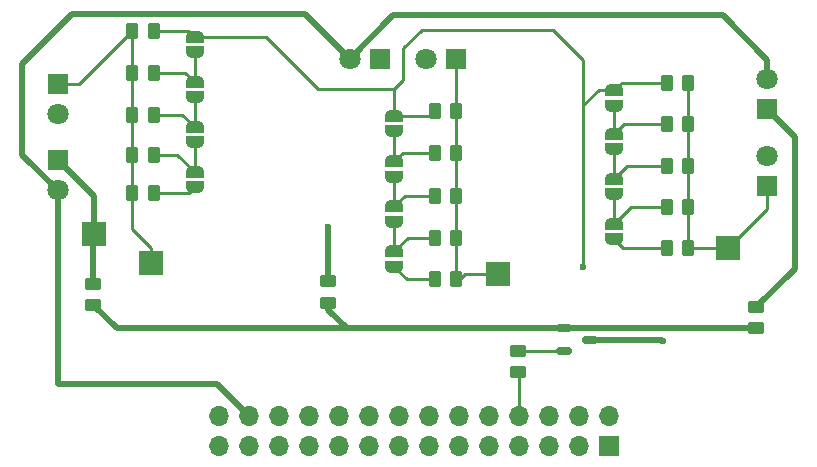
<source format=gbr>
%TF.GenerationSoftware,KiCad,Pcbnew,8.0.0*%
%TF.CreationDate,2024-03-22T14:44:15+02:00*%
%TF.ProjectId,Sensing systemv2,53656e73-696e-4672-9073-797374656d76,rev?*%
%TF.SameCoordinates,Original*%
%TF.FileFunction,Copper,L1,Top*%
%TF.FilePolarity,Positive*%
%FSLAX46Y46*%
G04 Gerber Fmt 4.6, Leading zero omitted, Abs format (unit mm)*
G04 Created by KiCad (PCBNEW 8.0.0) date 2024-03-22 14:44:15*
%MOMM*%
%LPD*%
G01*
G04 APERTURE LIST*
G04 Aperture macros list*
%AMRoundRect*
0 Rectangle with rounded corners*
0 $1 Rounding radius*
0 $2 $3 $4 $5 $6 $7 $8 $9 X,Y pos of 4 corners*
0 Add a 4 corners polygon primitive as box body*
4,1,4,$2,$3,$4,$5,$6,$7,$8,$9,$2,$3,0*
0 Add four circle primitives for the rounded corners*
1,1,$1+$1,$2,$3*
1,1,$1+$1,$4,$5*
1,1,$1+$1,$6,$7*
1,1,$1+$1,$8,$9*
0 Add four rect primitives between the rounded corners*
20,1,$1+$1,$2,$3,$4,$5,0*
20,1,$1+$1,$4,$5,$6,$7,0*
20,1,$1+$1,$6,$7,$8,$9,0*
20,1,$1+$1,$8,$9,$2,$3,0*%
%AMFreePoly0*
4,1,19,0.500000,-0.750000,0.000000,-0.750000,0.000000,-0.744911,-0.071157,-0.744911,-0.207708,-0.704816,-0.327430,-0.627875,-0.420627,-0.520320,-0.479746,-0.390866,-0.500000,-0.250000,-0.500000,0.250000,-0.479746,0.390866,-0.420627,0.520320,-0.327430,0.627875,-0.207708,0.704816,-0.071157,0.744911,0.000000,0.744911,0.000000,0.750000,0.500000,0.750000,0.500000,-0.750000,0.500000,-0.750000,
$1*%
%AMFreePoly1*
4,1,19,0.000000,0.744911,0.071157,0.744911,0.207708,0.704816,0.327430,0.627875,0.420627,0.520320,0.479746,0.390866,0.500000,0.250000,0.500000,-0.250000,0.479746,-0.390866,0.420627,-0.520320,0.327430,-0.627875,0.207708,-0.704816,0.071157,-0.744911,0.000000,-0.744911,0.000000,-0.750000,-0.500000,-0.750000,-0.500000,0.750000,0.000000,0.750000,0.000000,0.744911,0.000000,0.744911,
$1*%
G04 Aperture macros list end*
%TA.AperFunction,SMDPad,CuDef*%
%ADD10RoundRect,0.250000X0.262500X0.450000X-0.262500X0.450000X-0.262500X-0.450000X0.262500X-0.450000X0*%
%TD*%
%TA.AperFunction,SMDPad,CuDef*%
%ADD11R,2.000000X2.000000*%
%TD*%
%TA.AperFunction,SMDPad,CuDef*%
%ADD12RoundRect,0.250000X-0.450000X0.262500X-0.450000X-0.262500X0.450000X-0.262500X0.450000X0.262500X0*%
%TD*%
%TA.AperFunction,SMDPad,CuDef*%
%ADD13FreePoly0,270.000000*%
%TD*%
%TA.AperFunction,SMDPad,CuDef*%
%ADD14FreePoly1,270.000000*%
%TD*%
%TA.AperFunction,SMDPad,CuDef*%
%ADD15RoundRect,0.250000X-0.262500X-0.450000X0.262500X-0.450000X0.262500X0.450000X-0.262500X0.450000X0*%
%TD*%
%TA.AperFunction,ComponentPad*%
%ADD16R,1.800000X1.800000*%
%TD*%
%TA.AperFunction,ComponentPad*%
%ADD17C,1.800000*%
%TD*%
%TA.AperFunction,SMDPad,CuDef*%
%ADD18RoundRect,0.150000X-0.512500X-0.150000X0.512500X-0.150000X0.512500X0.150000X-0.512500X0.150000X0*%
%TD*%
%TA.AperFunction,SMDPad,CuDef*%
%ADD19RoundRect,0.250000X0.450000X-0.262500X0.450000X0.262500X-0.450000X0.262500X-0.450000X-0.262500X0*%
%TD*%
%TA.AperFunction,ComponentPad*%
%ADD20R,1.700000X1.700000*%
%TD*%
%TA.AperFunction,ComponentPad*%
%ADD21O,1.700000X1.700000*%
%TD*%
%TA.AperFunction,ViaPad*%
%ADD22C,0.600000*%
%TD*%
%TA.AperFunction,Conductor*%
%ADD23C,0.250000*%
%TD*%
%TA.AperFunction,Conductor*%
%ADD24C,0.500000*%
%TD*%
G04 APERTURE END LIST*
D10*
%TO.P,R8,2*%
%TO.N,/PA5*%
X59996000Y-79480000D03*
%TO.P,R8,1*%
%TO.N,Net-(JP3-B)*%
X61821000Y-79480000D03*
%TD*%
D11*
%TO.P,TP4,1,1*%
%TO.N,/PA3*%
X110475000Y-87375000D03*
%TD*%
D12*
%TO.P,R2,1*%
%TO.N,Net-(D2-K)*%
X76600000Y-90200000D03*
%TO.P,R2,2*%
%TO.N,Net-(Q1-C)*%
X76600000Y-92025000D03*
%TD*%
D13*
%TO.P,JP4,1,A*%
%TO.N,Net-(JP3-B)*%
X65278000Y-80950000D03*
D14*
%TO.P,JP4,2,B*%
%TO.N,Net-(JP4-B)*%
X65278000Y-82250000D03*
%TD*%
D13*
%TO.P,JP1,1,A*%
%TO.N,3V3*%
X65278000Y-69520000D03*
D14*
%TO.P,JP1,2,B*%
%TO.N,Net-(JP1-B)*%
X65278000Y-70820000D03*
%TD*%
D15*
%TO.P,R16,1*%
%TO.N,Net-(JP10-A)*%
X105236000Y-76864000D03*
%TO.P,R16,2*%
%TO.N,/PA3*%
X107061000Y-76864000D03*
%TD*%
%TO.P,R14,1*%
%TO.N,Net-(JP8-B)*%
X85600000Y-90050000D03*
%TO.P,R14,2*%
%TO.N,/PA4*%
X87425000Y-90050000D03*
%TD*%
D13*
%TO.P,JP12,1,A*%
%TO.N,Net-(JP11-B)*%
X100814500Y-85344000D03*
D14*
%TO.P,JP12,2,B*%
%TO.N,Net-(JP12-B)*%
X100814500Y-86644000D03*
%TD*%
D12*
%TO.P,R3,1*%
%TO.N,Net-(D3-K)*%
X112850000Y-92375000D03*
%TO.P,R3,2*%
%TO.N,Net-(Q1-C)*%
X112850000Y-94200000D03*
%TD*%
D13*
%TO.P,JP2,1,A*%
%TO.N,Net-(JP1-B)*%
X65278000Y-73330000D03*
D14*
%TO.P,JP2,2,B*%
%TO.N,Net-(JP2-B)*%
X65278000Y-74630000D03*
%TD*%
D11*
%TO.P,TP1,1,1*%
%TO.N,Net-(D1-K)*%
X56760000Y-86190000D03*
%TD*%
%TO.P,TP3,1,1*%
%TO.N,/PA4*%
X91000000Y-89600000D03*
%TD*%
D12*
%TO.P,R1,1*%
%TO.N,Net-(D1-K)*%
X56718200Y-90398600D03*
%TO.P,R1,2*%
%TO.N,Net-(Q1-C)*%
X56718200Y-92223600D03*
%TD*%
D16*
%TO.P,D2,1,K*%
%TO.N,Net-(D2-K)*%
X80935000Y-71374000D03*
D17*
%TO.P,D2,2,A*%
%TO.N,BATT*%
X78395000Y-71374000D03*
%TD*%
D13*
%TO.P,JP3,1,A*%
%TO.N,Net-(JP2-B)*%
X65278000Y-77140000D03*
D14*
%TO.P,JP3,2,B*%
%TO.N,Net-(JP3-B)*%
X65278000Y-78440000D03*
%TD*%
D13*
%TO.P,JP10,1,A*%
%TO.N,Net-(JP10-A)*%
X100814500Y-77724000D03*
D14*
%TO.P,JP10,2,B*%
%TO.N,Net-(JP10-B)*%
X100814500Y-79024000D03*
%TD*%
D16*
%TO.P,D5,1,K*%
%TO.N,/PA4*%
X87440000Y-71378600D03*
D17*
%TO.P,D5,2,A*%
%TO.N,GND*%
X84900000Y-71378600D03*
%TD*%
D16*
%TO.P,D6,1,K*%
%TO.N,/PA3*%
X113732000Y-82153600D03*
D17*
%TO.P,D6,2,A*%
%TO.N,GND*%
X113732000Y-79613600D03*
%TD*%
D15*
%TO.P,R13,1*%
%TO.N,Net-(JP7-B)*%
X85600000Y-86556000D03*
%TO.P,R13,2*%
%TO.N,/PA4*%
X87425000Y-86556000D03*
%TD*%
%TO.P,R17,1*%
%TO.N,Net-(JP10-B)*%
X105236000Y-80460000D03*
%TO.P,R17,2*%
%TO.N,/PA3*%
X107061000Y-80460000D03*
%TD*%
D13*
%TO.P,JP8,1,A*%
%TO.N,Net-(JP7-B)*%
X82192600Y-87671000D03*
D14*
%TO.P,JP8,2,B*%
%TO.N,Net-(JP8-B)*%
X82192600Y-88971000D03*
%TD*%
D15*
%TO.P,R10,1*%
%TO.N,3V3*%
X85600000Y-75825000D03*
%TO.P,R10,2*%
%TO.N,/PA4*%
X87425000Y-75825000D03*
%TD*%
D13*
%TO.P,JP6,1,A*%
%TO.N,Net-(JP5-B)*%
X82192600Y-80051000D03*
D14*
%TO.P,JP6,2,B*%
%TO.N,Net-(JP6-B)*%
X82192600Y-81351000D03*
%TD*%
D15*
%TO.P,R15,1*%
%TO.N,3V3*%
X105236000Y-73406000D03*
%TO.P,R15,2*%
%TO.N,/PA3*%
X107061000Y-73406000D03*
%TD*%
D13*
%TO.P,JP5,1,A*%
%TO.N,3V3*%
X82192600Y-76211000D03*
D14*
%TO.P,JP5,2,B*%
%TO.N,Net-(JP5-B)*%
X82192600Y-77511000D03*
%TD*%
D10*
%TO.P,R9,2*%
%TO.N,/PA5*%
X59991000Y-82750000D03*
%TO.P,R9,1*%
%TO.N,Net-(JP4-B)*%
X61816000Y-82750000D03*
%TD*%
%TO.P,R6,1*%
%TO.N,Net-(JP1-B)*%
X61825000Y-72556000D03*
%TO.P,R6,2*%
%TO.N,/PA5*%
X60000000Y-72556000D03*
%TD*%
D18*
%TO.P,Q1,1,C*%
%TO.N,Net-(Q1-C)*%
X96520000Y-94200000D03*
%TO.P,Q1,2,B*%
%TO.N,Net-(Q1-B)*%
X96520000Y-96100000D03*
%TO.P,Q1,3,E*%
%TO.N,GND*%
X98795000Y-95150000D03*
%TD*%
D16*
%TO.P,D4,1,K*%
%TO.N,/PA5*%
X53695600Y-73507600D03*
D17*
%TO.P,D4,2,A*%
%TO.N,GND*%
X53695600Y-76047600D03*
%TD*%
D13*
%TO.P,JP9,1,A*%
%TO.N,3V3*%
X100814500Y-74026000D03*
D14*
%TO.P,JP9,2,B*%
%TO.N,Net-(JP10-A)*%
X100814500Y-75326000D03*
%TD*%
D15*
%TO.P,R18,1*%
%TO.N,Net-(JP11-B)*%
X105236000Y-83918000D03*
%TO.P,R18,2*%
%TO.N,/PA3*%
X107061000Y-83918000D03*
%TD*%
D13*
%TO.P,JP11,1,A*%
%TO.N,Net-(JP10-B)*%
X100814500Y-81534000D03*
D14*
%TO.P,JP11,2,B*%
%TO.N,Net-(JP11-B)*%
X100814500Y-82834000D03*
%TD*%
D15*
%TO.P,R11,1*%
%TO.N,Net-(JP5-B)*%
X85600000Y-79350000D03*
%TO.P,R11,2*%
%TO.N,/PA4*%
X87425000Y-79350000D03*
%TD*%
%TO.P,R12,1*%
%TO.N,Net-(JP6-B)*%
X85600000Y-83000000D03*
%TO.P,R12,2*%
%TO.N,/PA4*%
X87425000Y-83000000D03*
%TD*%
D13*
%TO.P,JP7,1,A*%
%TO.N,Net-(JP6-B)*%
X82192600Y-83861000D03*
D14*
%TO.P,JP7,2,B*%
%TO.N,Net-(JP7-B)*%
X82192600Y-85161000D03*
%TD*%
D19*
%TO.P,R4,1*%
%TO.N,/PE15*%
X92700000Y-97925000D03*
%TO.P,R4,2*%
%TO.N,Net-(Q1-B)*%
X92700000Y-96100000D03*
%TD*%
D15*
%TO.P,R19,1*%
%TO.N,Net-(JP12-B)*%
X105236000Y-87376000D03*
%TO.P,R19,2*%
%TO.N,/PA3*%
X107061000Y-87376000D03*
%TD*%
D10*
%TO.P,R7,1*%
%TO.N,Net-(JP2-B)*%
X61821000Y-76112000D03*
%TO.P,R7,2*%
%TO.N,/PA5*%
X59996000Y-76112000D03*
%TD*%
D11*
%TO.P,TP2,1,1*%
%TO.N,/PA5*%
X61620400Y-88646000D03*
%TD*%
D10*
%TO.P,R5,1*%
%TO.N,3V3*%
X61825000Y-69000000D03*
%TO.P,R5,2*%
%TO.N,/PA5*%
X60000000Y-69000000D03*
%TD*%
D16*
%TO.P,D1,1,K*%
%TO.N,Net-(D1-K)*%
X53722000Y-79972000D03*
D17*
%TO.P,D1,2,A*%
%TO.N,BATT*%
X53722000Y-82512000D03*
%TD*%
D16*
%TO.P,D3,1,K*%
%TO.N,Net-(D3-K)*%
X113740000Y-75655000D03*
D17*
%TO.P,D3,2,A*%
%TO.N,BATT*%
X113740000Y-73115000D03*
%TD*%
D20*
%TO.P,J1,1,Pin_1*%
%TO.N,/RESV3*%
X100330000Y-104140000D03*
D21*
%TO.P,J1,2,Pin_2*%
%TO.N,3V3*%
X100330000Y-101600000D03*
%TO.P,J1,3,Pin_3*%
%TO.N,GND*%
X97790000Y-104140000D03*
%TO.P,J1,4,Pin_4*%
%TO.N,BATT*%
X97790000Y-101600000D03*
%TO.P,J1,5,Pin_5*%
%TO.N,/PA3*%
X95250000Y-104140000D03*
%TO.P,J1,6,Pin_6*%
%TO.N,/RESV2*%
X95250000Y-101600000D03*
%TO.P,J1,7,Pin_7*%
%TO.N,/PA4*%
X92710000Y-104140000D03*
%TO.P,J1,8,Pin_8*%
%TO.N,/PE15*%
X92710000Y-101600000D03*
%TO.P,J1,9,Pin_9*%
%TO.N,GND*%
X90170000Y-104140000D03*
%TO.P,J1,10,Pin_10*%
%TO.N,/PE14*%
X90170000Y-101600000D03*
%TO.P,J1,11,Pin_11*%
%TO.N,/PA5*%
X87630000Y-104140000D03*
%TO.P,J1,12,Pin_12*%
%TO.N,/PE13*%
X87630000Y-101600000D03*
%TO.P,J1,13,Pin_13*%
%TO.N,/PA6*%
X85090000Y-104140000D03*
%TO.P,J1,14,Pin_14*%
%TO.N,/PE12*%
X85090000Y-101600000D03*
%TO.P,J1,15,Pin_15*%
%TO.N,GND*%
X82550000Y-104140000D03*
%TO.P,J1,16,Pin_16*%
%TO.N,/PE11*%
X82550000Y-101600000D03*
%TO.P,J1,17,Pin_17*%
%TO.N,/PA7*%
X80010000Y-104140000D03*
%TO.P,J1,18,Pin_18*%
%TO.N,/PE10*%
X80010000Y-101600000D03*
%TO.P,J1,19,Pin_19*%
%TO.N,/PC4*%
X77470000Y-104140000D03*
%TO.P,J1,20,Pin_20*%
%TO.N,/PE9*%
X77470000Y-101600000D03*
%TO.P,J1,21,Pin_21*%
%TO.N,GND*%
X74930000Y-104140000D03*
%TO.P,J1,22,Pin_22*%
%TO.N,/PE8*%
X74930000Y-101600000D03*
%TO.P,J1,23,Pin_23*%
%TO.N,/PC5*%
X72390000Y-104140000D03*
%TO.P,J1,24,Pin_24*%
%TO.N,/RESV1*%
X72390000Y-101600000D03*
%TO.P,J1,25,Pin_25*%
%TO.N,/AB0*%
X69850000Y-104140000D03*
%TO.P,J1,26,Pin_26*%
%TO.N,BATT*%
X69850000Y-101600000D03*
%TO.P,J1,27,Pin_27*%
%TO.N,GND*%
X67310000Y-104140000D03*
%TO.P,J1,28,Pin_28*%
%TO.N,3V3*%
X67310000Y-101600000D03*
%TD*%
D22*
%TO.N,Net-(D2-K)*%
X76600000Y-85594000D03*
%TO.N,3V3*%
X98171000Y-89027000D03*
%TO.N,GND*%
X104902000Y-95250000D03*
%TD*%
D23*
%TO.N,/PA4*%
X88200000Y-89600000D02*
X91000000Y-89600000D01*
X87750000Y-90050000D02*
X88200000Y-89600000D01*
X87425000Y-90050000D02*
X87750000Y-90050000D01*
D24*
%TO.N,Net-(Q1-C)*%
X58694600Y-94200000D02*
X78600000Y-94200000D01*
X78600000Y-94200000D02*
X78200000Y-94200000D01*
X96520000Y-94200000D02*
X78600000Y-94200000D01*
X76600000Y-92025000D02*
X76600000Y-92600000D01*
X76600000Y-92600000D02*
X78200000Y-94200000D01*
%TO.N,Net-(D2-K)*%
X76600000Y-85594000D02*
X76600000Y-90250000D01*
%TO.N,Net-(Q1-C)*%
X112850000Y-94200000D02*
X96520000Y-94200000D01*
%TO.N,Net-(D3-K)*%
X116078000Y-77993000D02*
X116078000Y-89147000D01*
X116078000Y-89147000D02*
X112850000Y-92375000D01*
X113740000Y-75655000D02*
X116078000Y-77993000D01*
D23*
%TO.N,3V3*%
X82950000Y-73133000D02*
X82169000Y-73914000D01*
X84491000Y-68925000D02*
X82950000Y-70466000D01*
X95631000Y-68925000D02*
X84491000Y-68925000D01*
X82950000Y-70466000D02*
X82950000Y-73133000D01*
X71298000Y-69520000D02*
X65278000Y-69520000D01*
X82169000Y-73914000D02*
X75692000Y-73914000D01*
X75692000Y-73914000D02*
X71298000Y-69520000D01*
X82192600Y-73937600D02*
X82192600Y-76211000D01*
X82169000Y-73914000D02*
X82192600Y-73937600D01*
X99485000Y-74026000D02*
X98200000Y-75311000D01*
X100814500Y-74026000D02*
X99485000Y-74026000D01*
X98200000Y-75311000D02*
X98200000Y-71494000D01*
X98200000Y-88490000D02*
X98200000Y-75311000D01*
X98171000Y-89027000D02*
X98171000Y-88519000D01*
X98200000Y-71494000D02*
X95631000Y-68925000D01*
X95713500Y-68925000D02*
X95631000Y-68925000D01*
X98171000Y-88519000D02*
X98200000Y-88490000D01*
D24*
%TO.N,GND*%
X104802000Y-95150000D02*
X98837500Y-95150000D01*
X104902000Y-95250000D02*
X104802000Y-95150000D01*
D23*
%TO.N,Net-(JP8-B)*%
X85600000Y-90050000D02*
X83271600Y-90050000D01*
X83271600Y-90050000D02*
X82192600Y-88971000D01*
%TO.N,Net-(JP7-B)*%
X83307600Y-86556000D02*
X82192600Y-87671000D01*
X85600000Y-86556000D02*
X83307600Y-86556000D01*
%TO.N,Net-(JP6-B)*%
X83053600Y-83000000D02*
X82192600Y-83861000D01*
X85600000Y-83000000D02*
X83053600Y-83000000D01*
%TO.N,Net-(JP5-B)*%
X82893600Y-79350000D02*
X82192600Y-80051000D01*
X85600000Y-79350000D02*
X82893600Y-79350000D01*
%TO.N,Net-(JP7-B)*%
X82192600Y-85161000D02*
X82192600Y-87671000D01*
%TO.N,Net-(JP6-B)*%
X82192600Y-81351000D02*
X82192600Y-83861000D01*
%TO.N,Net-(JP5-B)*%
X82192600Y-77511000D02*
X82192600Y-80051000D01*
%TO.N,3V3*%
X82192600Y-76211000D02*
X85214000Y-76211000D01*
X85214000Y-76211000D02*
X85600000Y-75825000D01*
%TO.N,/PA4*%
X87425000Y-90050000D02*
X87425000Y-86556000D01*
X87425000Y-83000000D02*
X87425000Y-86556000D01*
X87425000Y-79350000D02*
X87425000Y-83000000D01*
X87425000Y-75825000D02*
X87425000Y-79350000D01*
X87440000Y-75810000D02*
X87425000Y-75825000D01*
X87440000Y-71378600D02*
X87440000Y-75810000D01*
%TO.N,Net-(JP12-B)*%
X105236000Y-87376000D02*
X101546500Y-87376000D01*
X101546500Y-87376000D02*
X100814500Y-86644000D01*
%TO.N,Net-(JP11-B)*%
X102240500Y-83918000D02*
X100814500Y-85344000D01*
X105236000Y-83918000D02*
X102240500Y-83918000D01*
%TO.N,Net-(JP10-B)*%
X101888500Y-80460000D02*
X100814500Y-81534000D01*
X105236000Y-80460000D02*
X101888500Y-80460000D01*
%TO.N,Net-(JP10-A)*%
X101674500Y-76864000D02*
X100814500Y-77724000D01*
X105236000Y-76864000D02*
X101674500Y-76864000D01*
%TO.N,Net-(JP11-B)*%
X100814500Y-82834000D02*
X100814500Y-85344000D01*
%TO.N,Net-(JP10-B)*%
X100814500Y-79024000D02*
X100814500Y-81534000D01*
%TO.N,Net-(JP10-A)*%
X100814500Y-75326000D02*
X100814500Y-77724000D01*
%TO.N,3V3*%
X105236000Y-73406000D02*
X101434500Y-73406000D01*
X101434500Y-73406000D02*
X100814500Y-74026000D01*
%TO.N,/PA3*%
X107061000Y-76864000D02*
X107061000Y-73406000D01*
X107061000Y-80460000D02*
X107061000Y-76864000D01*
X107061000Y-83918000D02*
X107061000Y-80460000D01*
X107061000Y-87376000D02*
X107061000Y-83918000D01*
X107061000Y-87376000D02*
X110474000Y-87376000D01*
X110474000Y-87376000D02*
X110475000Y-87375000D01*
X113732000Y-84118000D02*
X110475000Y-87375000D01*
X113732000Y-82153600D02*
X113732000Y-84118000D01*
%TO.N,/PA5*%
X59991000Y-85741000D02*
X59991000Y-82750000D01*
X61620400Y-87370400D02*
X59991000Y-85741000D01*
X61620400Y-88646000D02*
X61620400Y-87370400D01*
%TO.N,Net-(JP4-B)*%
X64778000Y-82750000D02*
X61816000Y-82750000D01*
X65278000Y-82250000D02*
X64778000Y-82750000D01*
%TO.N,Net-(JP3-B)*%
X63808000Y-79480000D02*
X65278000Y-80950000D01*
X61821000Y-79480000D02*
X63808000Y-79480000D01*
%TO.N,Net-(JP2-B)*%
X64250000Y-76112000D02*
X65278000Y-77140000D01*
X61821000Y-76112000D02*
X64250000Y-76112000D01*
%TO.N,Net-(JP1-B)*%
X64504000Y-72556000D02*
X65278000Y-73330000D01*
X61825000Y-72556000D02*
X64504000Y-72556000D01*
%TO.N,Net-(JP3-B)*%
X65278000Y-78440000D02*
X65278000Y-80950000D01*
%TO.N,Net-(JP2-B)*%
X65278000Y-74630000D02*
X65278000Y-77140000D01*
%TO.N,Net-(JP1-B)*%
X65278000Y-70820000D02*
X65278000Y-73330000D01*
%TO.N,3V3*%
X64758000Y-69000000D02*
X65278000Y-69520000D01*
X61825000Y-69000000D02*
X64758000Y-69000000D01*
%TO.N,/PA5*%
X59991000Y-79485000D02*
X59996000Y-79480000D01*
X59991000Y-82750000D02*
X59991000Y-79485000D01*
X59996000Y-79480000D02*
X59996000Y-76112000D01*
X60000000Y-73000000D02*
X59996000Y-73004000D01*
X60000000Y-72556000D02*
X60000000Y-73000000D01*
X59996000Y-73004000D02*
X59996000Y-76112000D01*
X60000000Y-69000000D02*
X60000000Y-72556000D01*
X55492400Y-73507600D02*
X60000000Y-69000000D01*
X53695600Y-73507600D02*
X55492400Y-73507600D01*
D24*
%TO.N,Net-(D1-K)*%
X56760000Y-86190000D02*
X56760000Y-86605000D01*
X56718200Y-86231800D02*
X56760000Y-86190000D01*
X56760000Y-83010000D02*
X56760000Y-86190000D01*
X56760000Y-86605000D02*
X56722000Y-86643000D01*
X53722000Y-79972000D02*
X56760000Y-83010000D01*
X56718200Y-90398600D02*
X56718200Y-86231800D01*
%TO.N,BATT*%
X53722000Y-82512000D02*
X50700000Y-79490000D01*
X74621000Y-67600000D02*
X78395000Y-71374000D01*
X50700000Y-71800000D02*
X54900000Y-67600000D01*
X53721000Y-98933000D02*
X53721000Y-82513000D01*
X113740000Y-73115000D02*
X113740000Y-71440000D01*
X67183000Y-98933000D02*
X53721000Y-98933000D01*
X69850000Y-101600000D02*
X67183000Y-98933000D01*
X54900000Y-67600000D02*
X74621000Y-67600000D01*
X53721000Y-82513000D02*
X53722000Y-82512000D01*
X82069000Y-67700000D02*
X78395000Y-71374000D01*
X110000000Y-67700000D02*
X82069000Y-67700000D01*
X50700000Y-79490000D02*
X50700000Y-71800000D01*
X113740000Y-71440000D02*
X110000000Y-67700000D01*
D23*
%TO.N,/PE8*%
X74900000Y-101570000D02*
X74930000Y-101600000D01*
%TO.N,/PE15*%
X92710000Y-101600000D02*
X92710000Y-97935000D01*
X92710000Y-97935000D02*
X92700000Y-97925000D01*
D24*
%TO.N,Net-(Q1-C)*%
X58694600Y-94200000D02*
X56718200Y-92223600D01*
D23*
%TO.N,Net-(Q1-B)*%
X92700000Y-96100000D02*
X96562500Y-96100000D01*
%TD*%
M02*

</source>
